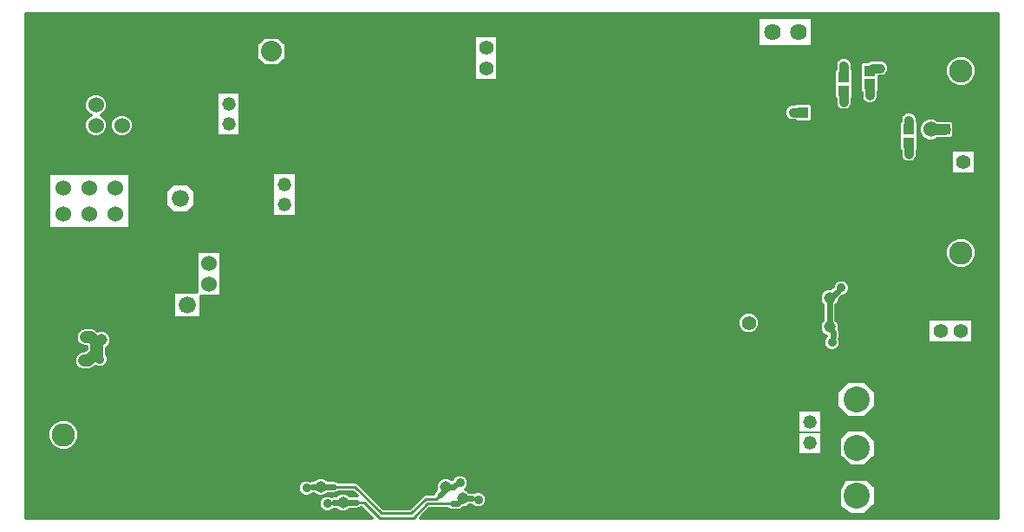
<source format=gbl>
G04 (created by PCBNEW (2013-07-07 BZR 4022)-stable) date 3/2/2015 1:41:46 AM*
%MOIN*%
G04 Gerber Fmt 3.4, Leading zero omitted, Abs format*
%FSLAX34Y34*%
G01*
G70*
G90*
G04 APERTURE LIST*
%ADD10C,0.006*%
%ADD11C,0.06*%
%ADD12C,0.066*%
%ADD13C,0.13*%
%ADD14C,0.055*%
%ADD15R,0.066X0.066*%
%ADD16C,0.052*%
%ADD17R,0.056X0.056*%
%ADD18C,0.056*%
%ADD19C,0.036*%
%ADD20C,0.045*%
%ADD21C,0.255906*%
%ADD22C,0.22*%
%ADD23C,0.08*%
%ADD24C,0.182*%
%ADD25C,0.24*%
%ADD26C,0.095*%
%ADD27C,0.09*%
%ADD28C,0.25*%
%ADD29C,0.042*%
%ADD30C,0.064*%
%ADD31C,0.1*%
%ADD32R,0.044X0.044*%
%ADD33R,0.0394X0.0413*%
%ADD34R,0.0866X0.0413*%
%ADD35C,0.012*%
%ADD36C,0.045*%
%ADD37C,0.044*%
%ADD38C,0.036*%
%ADD39C,0.008*%
%ADD40C,0.024*%
%ADD41C,0.01*%
G04 APERTURE END LIST*
G54D10*
G54D11*
X13750Y-18000D03*
X13750Y-17000D03*
X11750Y-17000D03*
X11750Y-18000D03*
X12750Y-17000D03*
X12750Y-18000D03*
G54D12*
X16525Y-21500D03*
X13325Y-21500D03*
G54D11*
X14000Y-14600D03*
X13000Y-14600D03*
X13000Y-13813D03*
X14000Y-13813D03*
G54D13*
X15862Y-12750D03*
X11138Y-12750D03*
G54D11*
X17350Y-20694D03*
X17350Y-19906D03*
G54D14*
X47037Y-22500D03*
X46250Y-22500D03*
X45463Y-22500D03*
G54D15*
X15250Y-17400D03*
G54D12*
X16250Y-17400D03*
G54D16*
X18100Y-14544D03*
X18100Y-13756D03*
X20250Y-17644D03*
X20250Y-16856D03*
G54D14*
X28000Y-12394D03*
X28000Y-11606D03*
G54D17*
X47144Y-16000D03*
G54D18*
X46356Y-16000D03*
G54D19*
X26500Y-12000D03*
X25550Y-12000D03*
X26600Y-12850D03*
X33500Y-15200D03*
X34600Y-15750D03*
X35500Y-15750D03*
X23950Y-11050D03*
X26000Y-12850D03*
X36250Y-15700D03*
X35050Y-15400D03*
X35850Y-15350D03*
X27200Y-12850D03*
X30500Y-17375D03*
X32250Y-15750D03*
X32200Y-16750D03*
X33300Y-16750D03*
X33850Y-16750D03*
X32750Y-16750D03*
X32250Y-12800D03*
X31850Y-13150D03*
X34400Y-16750D03*
X35500Y-16750D03*
X34950Y-16800D03*
X36050Y-16800D03*
X36650Y-16800D03*
X38850Y-17000D03*
X37200Y-16800D03*
X23050Y-19600D03*
X22500Y-19675D03*
X26900Y-26500D03*
X34750Y-26500D03*
X32550Y-26500D03*
X31850Y-26500D03*
X35750Y-26500D03*
X26400Y-22850D03*
X27200Y-26050D03*
X28000Y-24750D03*
X31000Y-24750D03*
X32000Y-19500D03*
X32050Y-20150D03*
X32100Y-20750D03*
X26250Y-20000D03*
X25725Y-20050D03*
X33100Y-18500D03*
X33850Y-18500D03*
X34750Y-18500D03*
X35500Y-18500D03*
X36250Y-18500D03*
X36950Y-18500D03*
X39050Y-18500D03*
X39750Y-18500D03*
X39750Y-17900D03*
X43000Y-18900D03*
X43000Y-20100D03*
X44100Y-18300D03*
X44600Y-17950D03*
X44050Y-20700D03*
X37000Y-26100D03*
X36000Y-25750D03*
X36000Y-24900D03*
X37750Y-20500D03*
X37000Y-20500D03*
X37000Y-23450D03*
X34050Y-19500D03*
X35500Y-19500D03*
X36250Y-19500D03*
X39000Y-19500D03*
X38400Y-19500D03*
X37800Y-19500D03*
X37000Y-19500D03*
X36000Y-20000D03*
X36000Y-22500D03*
X36000Y-23250D03*
X36000Y-24100D03*
X37000Y-24350D03*
X37000Y-25200D03*
X37000Y-26650D03*
X37000Y-21300D03*
X37950Y-27000D03*
X37000Y-22500D03*
X35200Y-27500D03*
X35725Y-27500D03*
X36250Y-27500D03*
X34300Y-27500D03*
X33250Y-27500D03*
X32350Y-27500D03*
X31300Y-27500D03*
X32600Y-23000D03*
X32600Y-23500D03*
X31200Y-26500D03*
X32600Y-24000D03*
X32600Y-24500D03*
X31550Y-26000D03*
X33400Y-20100D03*
X32050Y-21500D03*
X32050Y-22250D03*
X32000Y-22950D03*
X26400Y-23950D03*
X34000Y-26500D03*
X33250Y-26500D03*
X28750Y-24750D03*
X30250Y-24750D03*
X38650Y-17900D03*
X37400Y-17900D03*
X29500Y-24750D03*
X28000Y-20600D03*
X28000Y-23100D03*
X28000Y-24200D03*
X31000Y-23550D03*
X31000Y-24150D03*
X30950Y-21550D03*
X28500Y-22050D03*
X30400Y-19500D03*
X28500Y-21400D03*
X26500Y-22050D03*
X26500Y-21400D03*
X27000Y-21050D03*
X26800Y-20500D03*
X28000Y-23650D03*
X30450Y-20450D03*
X28050Y-17450D03*
X22500Y-23850D03*
X23100Y-23850D03*
X31000Y-22900D03*
X30950Y-22300D03*
X32900Y-20100D03*
X32500Y-20400D03*
X38450Y-20500D03*
X39050Y-20500D03*
X39750Y-20500D03*
X40500Y-20500D03*
X31850Y-17300D03*
X22500Y-24450D03*
X22500Y-25000D03*
X22500Y-25550D03*
X33100Y-20600D03*
X27960Y-16410D03*
X30500Y-27500D03*
X29750Y-27500D03*
X29050Y-27500D03*
X28350Y-27500D03*
X27650Y-27500D03*
X26950Y-27500D03*
X26250Y-27500D03*
X25550Y-27500D03*
X23600Y-27500D03*
X24950Y-26500D03*
X23750Y-26500D03*
X24300Y-26500D03*
X25600Y-26500D03*
X23100Y-22150D03*
X23550Y-21850D03*
X23550Y-22450D03*
X23550Y-23000D03*
X23550Y-23550D03*
G54D20*
X20850Y-24300D03*
G54D19*
X21000Y-23750D03*
X21500Y-24800D03*
X21550Y-16450D03*
X20975Y-24875D03*
X38300Y-17300D03*
G54D20*
X18500Y-16900D03*
G54D19*
X20050Y-18400D03*
G54D20*
X18950Y-18500D03*
G54D19*
X31350Y-18000D03*
X33050Y-17200D03*
X35300Y-17200D03*
X21450Y-23000D03*
X21450Y-22400D03*
X21500Y-23700D03*
X21500Y-21850D03*
X18650Y-19100D03*
X14200Y-15750D03*
X10800Y-16900D03*
X10450Y-29550D03*
X36550Y-17350D03*
X17600Y-15350D03*
X13750Y-22250D03*
G54D20*
X18950Y-17300D03*
X18950Y-17900D03*
G54D19*
X43150Y-28450D03*
G54D20*
X19900Y-15450D03*
G54D19*
X12100Y-23300D03*
X17350Y-21500D03*
X18100Y-19650D03*
X17100Y-18700D03*
X20910Y-15680D03*
X19275Y-14825D03*
X12450Y-22200D03*
G54D20*
X18850Y-22800D03*
X18350Y-22300D03*
X13650Y-20700D03*
G54D19*
X12400Y-15750D03*
G54D20*
X36750Y-28600D03*
G54D19*
X25900Y-27900D03*
G54D20*
X14950Y-14550D03*
X23350Y-25300D03*
X13500Y-11900D03*
G54D19*
X26600Y-27900D03*
X10800Y-18050D03*
X27300Y-27900D03*
X28000Y-27900D03*
X28700Y-27900D03*
X29400Y-27900D03*
X30100Y-27900D03*
X47500Y-29500D03*
X28650Y-29150D03*
G54D20*
X29450Y-17300D03*
G54D19*
X29500Y-16550D03*
X21500Y-25500D03*
X43500Y-27650D03*
X41550Y-24250D03*
X41950Y-23250D03*
X42350Y-22150D03*
G54D20*
X45750Y-24250D03*
X25400Y-15200D03*
G54D19*
X37750Y-14125D03*
X26050Y-13300D03*
G54D20*
X46500Y-23450D03*
X25400Y-13200D03*
G54D19*
X24750Y-13300D03*
X44250Y-22400D03*
X26050Y-15050D03*
X24750Y-15100D03*
G54D20*
X40600Y-22200D03*
G54D19*
X38100Y-20900D03*
X20750Y-26500D03*
X21450Y-26500D03*
X22000Y-26400D03*
X20400Y-25000D03*
X43700Y-21850D03*
X19900Y-25450D03*
G54D20*
X41800Y-22200D03*
G54D19*
X39300Y-21000D03*
G54D20*
X41800Y-21400D03*
X40600Y-21400D03*
G54D19*
X16650Y-27050D03*
X22350Y-26050D03*
X22650Y-26500D03*
X23200Y-26500D03*
X22950Y-27500D03*
X22400Y-27500D03*
X21850Y-27500D03*
X21300Y-27500D03*
X20750Y-27500D03*
X20200Y-27500D03*
X19650Y-27500D03*
X17950Y-26000D03*
X16650Y-25950D03*
X20500Y-28350D03*
X19750Y-28350D03*
G54D20*
X17250Y-25950D03*
X17250Y-27050D03*
X17150Y-25000D03*
X16050Y-27050D03*
X16250Y-25100D03*
X17200Y-28000D03*
G54D19*
X14750Y-26000D03*
X15350Y-27050D03*
X20750Y-25500D03*
G54D20*
X17600Y-28650D03*
G54D19*
X14750Y-27000D03*
X14100Y-27050D03*
X13600Y-26000D03*
X13600Y-27500D03*
X16200Y-28200D03*
X31850Y-27850D03*
X32800Y-27900D03*
X33800Y-27800D03*
X37350Y-20900D03*
X43150Y-26300D03*
X43150Y-25050D03*
X32250Y-25900D03*
X29350Y-21300D03*
X17050Y-24400D03*
X32750Y-25400D03*
X33150Y-25850D03*
X25900Y-25650D03*
X26550Y-25600D03*
X30900Y-27900D03*
X15350Y-25950D03*
X25600Y-21050D03*
X30200Y-21100D03*
X32600Y-22400D03*
X34250Y-22750D03*
X33600Y-22350D03*
X37000Y-21900D03*
X29750Y-22700D03*
X29450Y-23250D03*
X14150Y-25950D03*
X21000Y-20000D03*
X17950Y-27000D03*
X14500Y-18850D03*
X27350Y-16425D03*
X13500Y-28600D03*
X25000Y-17250D03*
G54D21*
X34710Y-21088D03*
G54D22*
X29564Y-14064D03*
G54D23*
X19750Y-11750D03*
X24750Y-11750D03*
G54D24*
X24564Y-28435D03*
G54D21*
X19750Y-21088D03*
G54D25*
X40000Y-24000D03*
G54D20*
X19900Y-26500D03*
X40600Y-19500D03*
G54D26*
X45250Y-13500D03*
X47250Y-11500D03*
X45250Y-11500D03*
G54D27*
X46250Y-12500D03*
G54D26*
X47250Y-13500D03*
X10750Y-27500D03*
X12750Y-27500D03*
X12750Y-25500D03*
G54D27*
X11750Y-26500D03*
G54D26*
X10750Y-25500D03*
X47250Y-18500D03*
X45250Y-18500D03*
X45250Y-20500D03*
G54D27*
X46250Y-19500D03*
G54D26*
X47250Y-20500D03*
G54D19*
X22750Y-12600D03*
X23250Y-12750D03*
X33250Y-13250D03*
X34050Y-11750D03*
G54D11*
X45100Y-14750D03*
G54D25*
X15000Y-24000D03*
G54D28*
X12000Y-20500D03*
G54D19*
X35650Y-11250D03*
G54D25*
X39000Y-28500D03*
G54D19*
X28900Y-12350D03*
X33750Y-11250D03*
X35350Y-11700D03*
X20250Y-12350D03*
G54D20*
X31000Y-12850D03*
G54D19*
X37000Y-13750D03*
X36650Y-11700D03*
X37000Y-14250D03*
G54D29*
X37000Y-14750D03*
G54D19*
X32350Y-11150D03*
X25900Y-29500D03*
G54D20*
X19840Y-14850D03*
G54D30*
X40000Y-11000D03*
X39000Y-11000D03*
G54D20*
X22600Y-18550D03*
G54D19*
X23750Y-12550D03*
X19750Y-12550D03*
G54D20*
X22600Y-19150D03*
G54D19*
X37550Y-11150D03*
G54D20*
X20900Y-14300D03*
G54D19*
X36350Y-11250D03*
G54D20*
X20450Y-14850D03*
X23750Y-16200D03*
G54D19*
X36950Y-11150D03*
X25850Y-28575D03*
G54D20*
X24350Y-16200D03*
G54D19*
X34700Y-12750D03*
X36000Y-12800D03*
X37000Y-13250D03*
X21000Y-11550D03*
G54D20*
X23150Y-16200D03*
G54D19*
X31700Y-15250D03*
X36000Y-11700D03*
G54D20*
X24450Y-15616D03*
X24150Y-19950D03*
G54D19*
X36750Y-12750D03*
X35300Y-12750D03*
X32400Y-18500D03*
G54D20*
X30500Y-23200D03*
G54D19*
X23250Y-28300D03*
X23250Y-29500D03*
G54D31*
X47250Y-27984D03*
X47250Y-26016D03*
X42250Y-28850D03*
X42250Y-27000D03*
X42250Y-25150D03*
G54D19*
X33200Y-11250D03*
X33800Y-13250D03*
X32700Y-13250D03*
X19250Y-12350D03*
X20500Y-11850D03*
X30100Y-12350D03*
X31450Y-13550D03*
X34000Y-12750D03*
G54D20*
X38000Y-11500D03*
G54D19*
X34450Y-11150D03*
X35050Y-11150D03*
X26900Y-13300D03*
G54D20*
X30250Y-25800D03*
X30600Y-26450D03*
X28350Y-26450D03*
X23650Y-19600D03*
X28750Y-25800D03*
X26800Y-19900D03*
X29500Y-25800D03*
X36750Y-27200D03*
X28000Y-25800D03*
X25450Y-19550D03*
X31250Y-18800D03*
X31800Y-18450D03*
X30950Y-19400D03*
X30550Y-16800D03*
X30900Y-20050D03*
X30900Y-20850D03*
X28750Y-19000D03*
X28750Y-18250D03*
X28750Y-17500D03*
X28750Y-19750D03*
X28750Y-20500D03*
X31200Y-17300D03*
X29750Y-16000D03*
X31000Y-25800D03*
X29750Y-20600D03*
X26350Y-23400D03*
X26350Y-24500D03*
X26950Y-22500D03*
X28050Y-22500D03*
X26950Y-24850D03*
X27300Y-25500D03*
X31800Y-25450D03*
X30650Y-17950D03*
X24900Y-20100D03*
X27600Y-26450D03*
X29100Y-26450D03*
X30650Y-18600D03*
X26250Y-26450D03*
X29850Y-26450D03*
X32050Y-24850D03*
X23500Y-17400D03*
X22550Y-17450D03*
X21750Y-17750D03*
X21450Y-18400D03*
X20850Y-18650D03*
X21400Y-20500D03*
X21450Y-19600D03*
X21450Y-21250D03*
X23150Y-21400D03*
X24400Y-18450D03*
X25450Y-18450D03*
X27000Y-18000D03*
X26250Y-18000D03*
X24300Y-17500D03*
X23000Y-17000D03*
X23950Y-16950D03*
X21950Y-17100D03*
X24800Y-17900D03*
X23600Y-20500D03*
X20850Y-19350D03*
X30600Y-15700D03*
X29500Y-12350D03*
X31100Y-15200D03*
X38500Y-12000D03*
X28900Y-16000D03*
X31600Y-14300D03*
X38800Y-12650D03*
X38800Y-13500D03*
X43550Y-20350D03*
X41500Y-18000D03*
X40500Y-18000D03*
X38000Y-18000D03*
X47500Y-17750D03*
X39250Y-17500D03*
X38500Y-16500D03*
X46750Y-17750D03*
X46000Y-17750D03*
X43550Y-18650D03*
X43550Y-21000D03*
X43550Y-18000D03*
G54D32*
X44250Y-15260D03*
X44250Y-14740D03*
X42750Y-12490D03*
X42750Y-13010D03*
X41750Y-13260D03*
X41750Y-12740D03*
G54D19*
X43500Y-14500D03*
X41900Y-14300D03*
X43600Y-15050D03*
X43350Y-13450D03*
X41200Y-13850D03*
X44000Y-12750D03*
X44000Y-13500D03*
X41200Y-14350D03*
X44250Y-15700D03*
X44250Y-14400D03*
X42750Y-13450D03*
X43150Y-12400D03*
X41750Y-12300D03*
X41750Y-13700D03*
X40125Y-15500D03*
G54D20*
X40125Y-16300D03*
G54D19*
X42100Y-16400D03*
X41950Y-10550D03*
X40325Y-11800D03*
X42550Y-10550D03*
X43950Y-10550D03*
X44550Y-10550D03*
G54D32*
X40710Y-14100D03*
X40190Y-14100D03*
G54D19*
X39800Y-14100D03*
X45350Y-15650D03*
X39550Y-14700D03*
X41350Y-16100D03*
G54D11*
X47300Y-14750D03*
G54D20*
X38800Y-14250D03*
X38800Y-15750D03*
X37850Y-16800D03*
X38800Y-15000D03*
X37700Y-15650D03*
X32950Y-15050D03*
X37700Y-12800D03*
X34050Y-15050D03*
X12550Y-23650D03*
X13200Y-22850D03*
X22500Y-29100D03*
X27100Y-28950D03*
G54D19*
X12600Y-22750D03*
X13150Y-23600D03*
X27700Y-29000D03*
X21900Y-29150D03*
G54D20*
X21650Y-28500D03*
X26450Y-28500D03*
G54D19*
X21100Y-28550D03*
X27000Y-28350D03*
G54D20*
X41200Y-21250D03*
X41200Y-22350D03*
G54D19*
X41300Y-22950D03*
X41650Y-20850D03*
G54D18*
X28150Y-14900D03*
X34500Y-13650D03*
X21500Y-12500D03*
X17350Y-11800D03*
X28750Y-23050D03*
X33550Y-25200D03*
X29200Y-22050D03*
X33150Y-14200D03*
X25300Y-21800D03*
X34200Y-24600D03*
X16450Y-23050D03*
X24100Y-23950D03*
G54D20*
X14800Y-13850D03*
X19850Y-24100D03*
X23050Y-25900D03*
X15100Y-28850D03*
X18200Y-23100D03*
X15950Y-28900D03*
X15550Y-27950D03*
X14300Y-28550D03*
X34100Y-23750D03*
X16800Y-28850D03*
X34050Y-25750D03*
G54D19*
X13200Y-29550D03*
G54D20*
X11550Y-28000D03*
X13750Y-25350D03*
X17000Y-23700D03*
X19450Y-24700D03*
G54D19*
X24750Y-24300D03*
X18950Y-24100D03*
X35400Y-13850D03*
X41000Y-18250D03*
X16900Y-14300D03*
X10750Y-15750D03*
X38700Y-26750D03*
X41350Y-27775D03*
X45350Y-27000D03*
X27700Y-13250D03*
X26550Y-14850D03*
X26200Y-20950D03*
G54D16*
X40450Y-26794D03*
X40450Y-26006D03*
G54D33*
X45630Y-14750D03*
G54D34*
X46250Y-14159D03*
X46250Y-15341D03*
G54D18*
X38100Y-22200D03*
G54D35*
X13200Y-22850D02*
X12700Y-22850D01*
X12700Y-22850D02*
X12600Y-22750D01*
X12550Y-23650D02*
X13100Y-23650D01*
X13100Y-23650D02*
X13150Y-23600D01*
X13200Y-22850D02*
X13200Y-23550D01*
X13200Y-23550D02*
X13150Y-23600D01*
X13200Y-22850D02*
X13100Y-22850D01*
X13100Y-22850D02*
X13000Y-22950D01*
G54D36*
X12550Y-23650D02*
X12700Y-23650D01*
X12800Y-22750D02*
X12600Y-22750D01*
X13000Y-22950D02*
X12800Y-22750D01*
X13000Y-23350D02*
X13000Y-22950D01*
X12700Y-23650D02*
X13000Y-23350D01*
G54D37*
X45100Y-14750D02*
X45630Y-14750D01*
G54D38*
X44250Y-15700D02*
X44250Y-15260D01*
G54D39*
X38700Y-26750D02*
X38700Y-26700D01*
X38700Y-26700D02*
X39000Y-26400D01*
X39000Y-26400D02*
X41550Y-26400D01*
X41550Y-26400D02*
X41875Y-26075D01*
X41875Y-26075D02*
X42925Y-26075D01*
X42925Y-26075D02*
X43150Y-26300D01*
G54D35*
X13750Y-22250D02*
X13750Y-25350D01*
X45250Y-13500D02*
X45250Y-13650D01*
X45250Y-13650D02*
X44650Y-14250D01*
X44650Y-14250D02*
X44650Y-15900D01*
X44650Y-15900D02*
X44450Y-16100D01*
X44450Y-16100D02*
X43950Y-16100D01*
X43950Y-16100D02*
X43600Y-15750D01*
X43600Y-15750D02*
X43600Y-15050D01*
G54D40*
X40600Y-21400D02*
X40600Y-22200D01*
X41800Y-21400D02*
X41800Y-22200D01*
G54D41*
X23400Y-28500D02*
X23400Y-28450D01*
X23400Y-28450D02*
X23250Y-28300D01*
X25850Y-28600D02*
X25790Y-28600D01*
X23400Y-28690D02*
X23400Y-28500D01*
X24049Y-29339D02*
X23400Y-28690D01*
X25050Y-29339D02*
X24049Y-29339D01*
X25790Y-28600D02*
X25050Y-29339D01*
G54D38*
X40710Y-14100D02*
X40950Y-14100D01*
X40950Y-14100D02*
X41200Y-14350D01*
X40950Y-14100D02*
X41200Y-13850D01*
X41750Y-13700D02*
X41750Y-13260D01*
X42750Y-13450D02*
X42750Y-13010D01*
X44250Y-14400D02*
X44250Y-14740D01*
X43150Y-12400D02*
X42840Y-12400D01*
X42840Y-12400D02*
X42750Y-12490D01*
X41750Y-12300D02*
X41750Y-12740D01*
G54D40*
X22500Y-29100D02*
X22150Y-29100D01*
X27100Y-28950D02*
X27450Y-28950D01*
X41200Y-21250D02*
X41250Y-21250D01*
X41250Y-21250D02*
X41500Y-21000D01*
X41200Y-22350D02*
X41200Y-22400D01*
X41350Y-22550D02*
X41350Y-22750D01*
X41200Y-22400D02*
X41350Y-22550D01*
X41200Y-21250D02*
X41200Y-22350D01*
X26700Y-29150D02*
X26900Y-29150D01*
X26900Y-29150D02*
X27100Y-28950D01*
G54D41*
X26250Y-29150D02*
X26700Y-29150D01*
X26900Y-29150D02*
X27100Y-28950D01*
G54D40*
X23000Y-29100D02*
X22500Y-29100D01*
G54D41*
X23000Y-29100D02*
X23300Y-29100D01*
X25750Y-29150D02*
X26250Y-29150D01*
X26250Y-29150D02*
X26400Y-29150D01*
X25200Y-29700D02*
X25750Y-29150D01*
X23900Y-29700D02*
X25200Y-29700D01*
X23300Y-29100D02*
X23900Y-29700D01*
G54D40*
X21650Y-28500D02*
X21300Y-28500D01*
X26450Y-28500D02*
X26750Y-28500D01*
X26750Y-28500D02*
X26800Y-28450D01*
X26450Y-28500D02*
X26450Y-28600D01*
X26450Y-28600D02*
X26250Y-28800D01*
G54D41*
X25850Y-28969D02*
X26080Y-28969D01*
X26080Y-28969D02*
X26250Y-28800D01*
X26250Y-28800D02*
X26450Y-28600D01*
G54D40*
X22150Y-28500D02*
X21650Y-28500D01*
G54D41*
X22150Y-28500D02*
X22954Y-28500D01*
X25675Y-28969D02*
X25850Y-28969D01*
X25125Y-29519D02*
X25675Y-28969D01*
X23974Y-29519D02*
X25125Y-29519D01*
X22954Y-28500D02*
X23974Y-29519D01*
G54D38*
X39800Y-14100D02*
X40190Y-14100D01*
G54D10*
G36*
X47690Y-29690D02*
X46840Y-29690D01*
X46840Y-19383D01*
X46840Y-12383D01*
X46750Y-12166D01*
X46584Y-12000D01*
X46367Y-11910D01*
X46133Y-11909D01*
X45916Y-11999D01*
X45750Y-12165D01*
X45660Y-12382D01*
X45659Y-12616D01*
X45749Y-12833D01*
X45915Y-12999D01*
X46132Y-13089D01*
X46366Y-13090D01*
X46583Y-13000D01*
X46749Y-12834D01*
X46839Y-12617D01*
X46840Y-12383D01*
X46840Y-19383D01*
X46810Y-19310D01*
X46810Y-16460D01*
X46810Y-15540D01*
X45990Y-15540D01*
X45990Y-14750D01*
X45967Y-14634D01*
X45967Y-14515D01*
X45945Y-14464D01*
X45906Y-14424D01*
X45854Y-14403D01*
X45799Y-14403D01*
X45697Y-14403D01*
X45630Y-14390D01*
X45362Y-14390D01*
X45349Y-14377D01*
X45187Y-14310D01*
X45012Y-14309D01*
X44851Y-14376D01*
X44727Y-14500D01*
X44660Y-14662D01*
X44659Y-14837D01*
X44726Y-14998D01*
X44850Y-15122D01*
X45012Y-15189D01*
X45187Y-15190D01*
X45348Y-15123D01*
X45362Y-15110D01*
X45630Y-15110D01*
X45697Y-15096D01*
X45854Y-15096D01*
X45906Y-15075D01*
X45945Y-15035D01*
X45966Y-14984D01*
X45967Y-14928D01*
X45967Y-14865D01*
X45990Y-14750D01*
X45990Y-15540D01*
X45890Y-15540D01*
X45890Y-16460D01*
X46810Y-16460D01*
X46810Y-19310D01*
X46750Y-19166D01*
X46584Y-19000D01*
X46367Y-18910D01*
X46133Y-18909D01*
X45916Y-18999D01*
X45750Y-19165D01*
X45660Y-19382D01*
X45659Y-19616D01*
X45749Y-19833D01*
X45915Y-19999D01*
X46132Y-20089D01*
X46366Y-20090D01*
X46583Y-20000D01*
X46749Y-19834D01*
X46839Y-19617D01*
X46840Y-19383D01*
X46840Y-29690D01*
X46710Y-29690D01*
X46710Y-22960D01*
X46710Y-22040D01*
X44990Y-22040D01*
X44990Y-22960D01*
X46710Y-22960D01*
X46710Y-29690D01*
X44610Y-29690D01*
X44610Y-15452D01*
X44610Y-15012D01*
X44604Y-15000D01*
X44609Y-14987D01*
X44610Y-14932D01*
X44610Y-14492D01*
X44588Y-14440D01*
X44570Y-14422D01*
X44570Y-14400D01*
X44569Y-14399D01*
X44570Y-14336D01*
X44545Y-14277D01*
X44545Y-14277D01*
X44521Y-14218D01*
X44476Y-14173D01*
X44431Y-14128D01*
X44372Y-14104D01*
X44372Y-14104D01*
X44313Y-14080D01*
X44250Y-14080D01*
X44250Y-14080D01*
X44249Y-14080D01*
X44186Y-14079D01*
X44127Y-14104D01*
X44127Y-14104D01*
X44127Y-14104D01*
X44068Y-14128D01*
X43978Y-14218D01*
X43954Y-14277D01*
X43954Y-14277D01*
X43954Y-14277D01*
X43930Y-14336D01*
X43930Y-14399D01*
X43930Y-14400D01*
X43930Y-14400D01*
X43929Y-14422D01*
X43911Y-14440D01*
X43890Y-14492D01*
X43889Y-14547D01*
X43889Y-14987D01*
X43895Y-14999D01*
X43890Y-15012D01*
X43889Y-15067D01*
X43889Y-15507D01*
X43911Y-15559D01*
X43930Y-15577D01*
X43930Y-15700D01*
X43930Y-15700D01*
X43929Y-15763D01*
X43954Y-15822D01*
X43954Y-15822D01*
X43978Y-15881D01*
X44023Y-15926D01*
X44068Y-15971D01*
X44127Y-15995D01*
X44127Y-15995D01*
X44186Y-16019D01*
X44249Y-16019D01*
X44250Y-16020D01*
X44250Y-16019D01*
X44313Y-16020D01*
X44372Y-15995D01*
X44372Y-15995D01*
X44372Y-15995D01*
X44431Y-15971D01*
X44476Y-15926D01*
X44521Y-15881D01*
X44545Y-15822D01*
X44545Y-15822D01*
X44545Y-15822D01*
X44569Y-15763D01*
X44569Y-15700D01*
X44570Y-15700D01*
X44570Y-15699D01*
X44570Y-15636D01*
X44570Y-15636D01*
X44570Y-15577D01*
X44588Y-15559D01*
X44609Y-15507D01*
X44610Y-15452D01*
X44610Y-29690D01*
X43470Y-29690D01*
X43470Y-12336D01*
X43445Y-12277D01*
X43445Y-12277D01*
X43421Y-12218D01*
X43376Y-12173D01*
X43331Y-12128D01*
X43272Y-12104D01*
X43272Y-12104D01*
X43213Y-12080D01*
X43150Y-12080D01*
X43150Y-12080D01*
X43149Y-12080D01*
X43086Y-12079D01*
X43086Y-12080D01*
X42840Y-12080D01*
X42717Y-12104D01*
X42679Y-12129D01*
X42502Y-12129D01*
X42450Y-12151D01*
X42411Y-12190D01*
X42390Y-12242D01*
X42389Y-12297D01*
X42389Y-12737D01*
X42395Y-12749D01*
X42390Y-12762D01*
X42389Y-12817D01*
X42389Y-13257D01*
X42411Y-13309D01*
X42430Y-13327D01*
X42430Y-13450D01*
X42430Y-13450D01*
X42429Y-13513D01*
X42454Y-13572D01*
X42454Y-13572D01*
X42478Y-13631D01*
X42523Y-13676D01*
X42568Y-13721D01*
X42627Y-13745D01*
X42627Y-13745D01*
X42686Y-13769D01*
X42749Y-13769D01*
X42750Y-13770D01*
X42750Y-13769D01*
X42813Y-13770D01*
X42872Y-13745D01*
X42872Y-13745D01*
X42872Y-13745D01*
X42931Y-13721D01*
X42976Y-13676D01*
X43021Y-13631D01*
X43045Y-13572D01*
X43045Y-13572D01*
X43045Y-13572D01*
X43069Y-13513D01*
X43069Y-13450D01*
X43070Y-13450D01*
X43070Y-13449D01*
X43070Y-13386D01*
X43070Y-13386D01*
X43070Y-13327D01*
X43088Y-13309D01*
X43109Y-13257D01*
X43110Y-13202D01*
X43110Y-12762D01*
X43104Y-12750D01*
X43109Y-12737D01*
X43109Y-12720D01*
X43150Y-12720D01*
X43150Y-12719D01*
X43213Y-12720D01*
X43272Y-12695D01*
X43272Y-12695D01*
X43272Y-12695D01*
X43331Y-12671D01*
X43376Y-12626D01*
X43421Y-12581D01*
X43445Y-12522D01*
X43445Y-12522D01*
X43445Y-12522D01*
X43469Y-12463D01*
X43469Y-12400D01*
X43470Y-12400D01*
X43469Y-12399D01*
X43470Y-12336D01*
X43470Y-29690D01*
X42973Y-29690D01*
X42973Y-29158D01*
X42973Y-28518D01*
X42973Y-27288D01*
X42973Y-26746D01*
X42973Y-25418D01*
X42973Y-24876D01*
X42544Y-24447D01*
X42110Y-24447D01*
X42110Y-13452D01*
X42110Y-13012D01*
X42104Y-13000D01*
X42109Y-12987D01*
X42110Y-12932D01*
X42110Y-12492D01*
X42088Y-12440D01*
X42070Y-12422D01*
X42070Y-12300D01*
X42069Y-12299D01*
X42070Y-12236D01*
X42045Y-12177D01*
X42045Y-12177D01*
X42021Y-12118D01*
X41976Y-12073D01*
X41931Y-12028D01*
X41872Y-12004D01*
X41872Y-12004D01*
X41813Y-11980D01*
X41750Y-11980D01*
X41750Y-11980D01*
X41749Y-11980D01*
X41686Y-11979D01*
X41627Y-12004D01*
X41627Y-12004D01*
X41627Y-12004D01*
X41568Y-12028D01*
X41478Y-12118D01*
X41454Y-12177D01*
X41454Y-12177D01*
X41454Y-12177D01*
X41430Y-12236D01*
X41430Y-12299D01*
X41430Y-12300D01*
X41430Y-12300D01*
X41429Y-12363D01*
X41430Y-12363D01*
X41430Y-12422D01*
X41411Y-12440D01*
X41390Y-12492D01*
X41389Y-12547D01*
X41389Y-12987D01*
X41395Y-12999D01*
X41390Y-13012D01*
X41389Y-13067D01*
X41389Y-13507D01*
X41411Y-13559D01*
X41430Y-13577D01*
X41430Y-13700D01*
X41430Y-13700D01*
X41429Y-13763D01*
X41454Y-13822D01*
X41454Y-13822D01*
X41478Y-13881D01*
X41523Y-13926D01*
X41568Y-13971D01*
X41627Y-13995D01*
X41627Y-13995D01*
X41686Y-14019D01*
X41749Y-14019D01*
X41750Y-14020D01*
X41750Y-14019D01*
X41813Y-14020D01*
X41872Y-13995D01*
X41872Y-13995D01*
X41872Y-13995D01*
X41931Y-13971D01*
X41976Y-13926D01*
X42021Y-13881D01*
X42045Y-13822D01*
X42045Y-13822D01*
X42045Y-13822D01*
X42069Y-13763D01*
X42069Y-13700D01*
X42070Y-13700D01*
X42070Y-13699D01*
X42070Y-13636D01*
X42070Y-13636D01*
X42070Y-13577D01*
X42088Y-13559D01*
X42109Y-13507D01*
X42110Y-13452D01*
X42110Y-24447D01*
X41970Y-24447D01*
X41970Y-20786D01*
X41921Y-20668D01*
X41831Y-20578D01*
X41713Y-20530D01*
X41586Y-20529D01*
X41468Y-20578D01*
X41378Y-20668D01*
X41330Y-20786D01*
X41330Y-20806D01*
X41316Y-20816D01*
X41247Y-20885D01*
X41127Y-20884D01*
X40993Y-20940D01*
X40890Y-21042D01*
X40835Y-21177D01*
X40834Y-21322D01*
X40890Y-21456D01*
X40940Y-21506D01*
X40940Y-22093D01*
X40890Y-22142D01*
X40835Y-22277D01*
X40834Y-22422D01*
X40890Y-22556D01*
X40992Y-22659D01*
X41090Y-22699D01*
X41090Y-22707D01*
X41028Y-22768D01*
X40980Y-22886D01*
X40979Y-23013D01*
X41028Y-23131D01*
X41118Y-23221D01*
X41236Y-23269D01*
X41363Y-23270D01*
X41481Y-23221D01*
X41571Y-23131D01*
X41619Y-23013D01*
X41620Y-22886D01*
X41594Y-22825D01*
X41610Y-22750D01*
X41610Y-22550D01*
X41590Y-22450D01*
X41564Y-22412D01*
X41564Y-22412D01*
X41565Y-22277D01*
X41509Y-22143D01*
X41460Y-22093D01*
X41460Y-21506D01*
X41509Y-21457D01*
X41564Y-21322D01*
X41564Y-21302D01*
X41683Y-21183D01*
X41693Y-21170D01*
X41713Y-21170D01*
X41831Y-21121D01*
X41921Y-21031D01*
X41969Y-20913D01*
X41970Y-20786D01*
X41970Y-24447D01*
X41904Y-24447D01*
X41475Y-24876D01*
X41475Y-25418D01*
X41904Y-25847D01*
X42544Y-25847D01*
X42973Y-25418D01*
X42973Y-26746D01*
X42544Y-26317D01*
X41904Y-26317D01*
X41573Y-26648D01*
X41573Y-27288D01*
X42002Y-27717D01*
X42544Y-27717D01*
X42973Y-27288D01*
X42973Y-28518D01*
X42642Y-28188D01*
X41793Y-28188D01*
X41573Y-28627D01*
X41573Y-29262D01*
X42007Y-29587D01*
X42544Y-29587D01*
X42973Y-29158D01*
X42973Y-29690D01*
X40910Y-29690D01*
X40910Y-27260D01*
X40910Y-25540D01*
X40560Y-25540D01*
X40560Y-11560D01*
X40560Y-10440D01*
X38440Y-10440D01*
X38440Y-11560D01*
X40560Y-11560D01*
X40560Y-25540D01*
X40550Y-25540D01*
X40550Y-14292D01*
X40550Y-13852D01*
X40528Y-13800D01*
X40489Y-13761D01*
X40437Y-13740D01*
X40382Y-13739D01*
X39942Y-13739D01*
X39890Y-13761D01*
X39872Y-13780D01*
X39800Y-13780D01*
X39799Y-13780D01*
X39736Y-13779D01*
X39677Y-13804D01*
X39677Y-13804D01*
X39677Y-13804D01*
X39618Y-13828D01*
X39528Y-13918D01*
X39504Y-13977D01*
X39504Y-13977D01*
X39504Y-13977D01*
X39480Y-14036D01*
X39480Y-14099D01*
X39480Y-14100D01*
X39480Y-14100D01*
X39479Y-14163D01*
X39504Y-14222D01*
X39504Y-14222D01*
X39528Y-14281D01*
X39573Y-14326D01*
X39618Y-14371D01*
X39677Y-14395D01*
X39677Y-14395D01*
X39736Y-14419D01*
X39799Y-14419D01*
X39800Y-14420D01*
X39800Y-14420D01*
X39863Y-14420D01*
X39863Y-14420D01*
X39872Y-14420D01*
X39890Y-14438D01*
X39942Y-14459D01*
X39997Y-14460D01*
X40437Y-14460D01*
X40489Y-14438D01*
X40528Y-14399D01*
X40549Y-14347D01*
X40550Y-14292D01*
X40550Y-25540D01*
X39990Y-25540D01*
X39990Y-27260D01*
X40910Y-27260D01*
X40910Y-29690D01*
X38520Y-29690D01*
X38520Y-22116D01*
X38456Y-21962D01*
X38338Y-21844D01*
X38183Y-21780D01*
X38016Y-21779D01*
X37862Y-21843D01*
X37744Y-21961D01*
X37680Y-22116D01*
X37679Y-22283D01*
X37743Y-22437D01*
X37861Y-22555D01*
X38016Y-22619D01*
X38183Y-22620D01*
X38337Y-22556D01*
X38455Y-22438D01*
X38519Y-22283D01*
X38520Y-22116D01*
X38520Y-29690D01*
X28460Y-29690D01*
X28460Y-12860D01*
X28460Y-11140D01*
X27540Y-11140D01*
X27540Y-12860D01*
X28460Y-12860D01*
X28460Y-29690D01*
X25478Y-29690D01*
X25828Y-29340D01*
X26250Y-29340D01*
X26400Y-29340D01*
X26525Y-29340D01*
X26600Y-29390D01*
X26700Y-29410D01*
X26900Y-29410D01*
X26999Y-29390D01*
X27083Y-29333D01*
X27102Y-29315D01*
X27172Y-29315D01*
X27306Y-29259D01*
X27356Y-29210D01*
X27450Y-29210D01*
X27456Y-29208D01*
X27518Y-29271D01*
X27636Y-29319D01*
X27763Y-29320D01*
X27881Y-29271D01*
X27971Y-29181D01*
X28019Y-29063D01*
X28020Y-28936D01*
X27971Y-28818D01*
X27881Y-28728D01*
X27763Y-28680D01*
X27636Y-28679D01*
X27555Y-28713D01*
X27549Y-28709D01*
X27450Y-28690D01*
X27356Y-28690D01*
X27307Y-28640D01*
X27204Y-28598D01*
X27271Y-28531D01*
X27319Y-28413D01*
X27320Y-28286D01*
X27271Y-28168D01*
X27181Y-28078D01*
X27063Y-28030D01*
X26936Y-28029D01*
X26818Y-28078D01*
X26728Y-28168D01*
X26712Y-28207D01*
X26700Y-28209D01*
X26685Y-28219D01*
X26657Y-28190D01*
X26522Y-28135D01*
X26377Y-28134D01*
X26243Y-28190D01*
X26140Y-28292D01*
X26085Y-28427D01*
X26084Y-28572D01*
X26092Y-28590D01*
X26066Y-28616D01*
X26009Y-28700D01*
X25993Y-28779D01*
X25850Y-28779D01*
X25675Y-28779D01*
X25602Y-28794D01*
X25541Y-28835D01*
X25541Y-28835D01*
X25046Y-29329D01*
X24053Y-29329D01*
X23088Y-28365D01*
X23027Y-28324D01*
X22954Y-28310D01*
X22324Y-28310D01*
X22249Y-28259D01*
X22150Y-28240D01*
X21906Y-28240D01*
X21857Y-28190D01*
X21722Y-28135D01*
X21577Y-28134D01*
X21443Y-28190D01*
X21393Y-28240D01*
X21300Y-28240D01*
X21224Y-28255D01*
X21163Y-28230D01*
X21036Y-28229D01*
X20918Y-28278D01*
X20828Y-28368D01*
X20780Y-28486D01*
X20779Y-28613D01*
X20828Y-28731D01*
X20918Y-28821D01*
X21036Y-28869D01*
X21163Y-28870D01*
X21281Y-28821D01*
X21342Y-28760D01*
X21393Y-28760D01*
X21442Y-28809D01*
X21577Y-28864D01*
X21722Y-28865D01*
X21856Y-28809D01*
X21906Y-28760D01*
X22150Y-28760D01*
X22249Y-28740D01*
X22324Y-28690D01*
X22875Y-28690D01*
X23032Y-28846D01*
X23000Y-28840D01*
X22756Y-28840D01*
X22707Y-28790D01*
X22572Y-28735D01*
X22427Y-28734D01*
X22293Y-28790D01*
X22243Y-28840D01*
X22150Y-28840D01*
X22050Y-28859D01*
X22044Y-28863D01*
X21963Y-28830D01*
X21836Y-28829D01*
X21718Y-28878D01*
X21628Y-28968D01*
X21580Y-29086D01*
X21579Y-29213D01*
X21628Y-29331D01*
X21718Y-29421D01*
X21836Y-29469D01*
X21963Y-29470D01*
X22081Y-29421D01*
X22143Y-29358D01*
X22150Y-29360D01*
X22243Y-29360D01*
X22292Y-29409D01*
X22427Y-29464D01*
X22572Y-29465D01*
X22706Y-29409D01*
X22756Y-29360D01*
X23000Y-29360D01*
X23099Y-29340D01*
X23174Y-29290D01*
X23221Y-29290D01*
X23621Y-29690D01*
X20710Y-29690D01*
X20710Y-18110D01*
X20710Y-16390D01*
X20310Y-16390D01*
X20310Y-12024D01*
X20310Y-11475D01*
X20024Y-11190D01*
X19475Y-11190D01*
X19190Y-11475D01*
X19190Y-12024D01*
X19475Y-12310D01*
X20024Y-12310D01*
X20310Y-12024D01*
X20310Y-16390D01*
X19790Y-16390D01*
X19790Y-18110D01*
X20710Y-18110D01*
X20710Y-29690D01*
X18560Y-29690D01*
X18560Y-15010D01*
X18560Y-13290D01*
X17640Y-13290D01*
X17640Y-15010D01*
X18560Y-15010D01*
X18560Y-29690D01*
X17810Y-29690D01*
X17810Y-21160D01*
X17810Y-19440D01*
X16890Y-19440D01*
X16890Y-20990D01*
X16810Y-20990D01*
X16810Y-17674D01*
X16810Y-17125D01*
X16524Y-16840D01*
X15975Y-16840D01*
X15690Y-17125D01*
X15690Y-17674D01*
X15975Y-17960D01*
X16524Y-17960D01*
X16810Y-17674D01*
X16810Y-20990D01*
X15990Y-20990D01*
X15990Y-22010D01*
X17060Y-22010D01*
X17060Y-21160D01*
X17810Y-21160D01*
X17810Y-29690D01*
X14440Y-29690D01*
X14440Y-14512D01*
X14373Y-14351D01*
X14249Y-14227D01*
X14087Y-14160D01*
X13912Y-14159D01*
X13751Y-14226D01*
X13627Y-14350D01*
X13560Y-14512D01*
X13559Y-14687D01*
X13626Y-14848D01*
X13750Y-14972D01*
X13912Y-15039D01*
X14087Y-15040D01*
X14248Y-14973D01*
X14372Y-14849D01*
X14439Y-14687D01*
X14440Y-14512D01*
X14440Y-29690D01*
X14310Y-29690D01*
X14310Y-18560D01*
X14310Y-16440D01*
X13440Y-16440D01*
X13440Y-14512D01*
X13373Y-14351D01*
X13249Y-14227D01*
X13199Y-14206D01*
X13248Y-14186D01*
X13372Y-14062D01*
X13439Y-13900D01*
X13440Y-13725D01*
X13373Y-13564D01*
X13249Y-13440D01*
X13087Y-13373D01*
X12912Y-13372D01*
X12751Y-13439D01*
X12627Y-13563D01*
X12560Y-13725D01*
X12559Y-13900D01*
X12626Y-14061D01*
X12750Y-14185D01*
X12800Y-14206D01*
X12751Y-14226D01*
X12627Y-14350D01*
X12560Y-14512D01*
X12559Y-14687D01*
X12626Y-14848D01*
X12750Y-14972D01*
X12912Y-15039D01*
X13087Y-15040D01*
X13248Y-14973D01*
X13372Y-14849D01*
X13439Y-14687D01*
X13440Y-14512D01*
X13440Y-16440D01*
X11190Y-16440D01*
X11190Y-18560D01*
X14310Y-18560D01*
X14310Y-29690D01*
X13565Y-29690D01*
X13565Y-22777D01*
X13509Y-22643D01*
X13407Y-22540D01*
X13272Y-22485D01*
X13127Y-22484D01*
X13073Y-22507D01*
X13058Y-22491D01*
X12939Y-22412D01*
X12800Y-22385D01*
X12600Y-22385D01*
X12460Y-22412D01*
X12341Y-22491D01*
X12262Y-22610D01*
X12235Y-22750D01*
X12262Y-22889D01*
X12341Y-23008D01*
X12460Y-23087D01*
X12600Y-23115D01*
X12635Y-23115D01*
X12635Y-23198D01*
X12548Y-23284D01*
X12477Y-23284D01*
X12410Y-23312D01*
X12410Y-23312D01*
X12410Y-23312D01*
X12343Y-23340D01*
X12291Y-23391D01*
X12291Y-23391D01*
X12291Y-23391D01*
X12240Y-23442D01*
X12212Y-23510D01*
X12212Y-23510D01*
X12212Y-23510D01*
X12185Y-23577D01*
X12185Y-23649D01*
X12185Y-23650D01*
X12185Y-23650D01*
X12184Y-23722D01*
X12212Y-23789D01*
X12212Y-23789D01*
X12212Y-23789D01*
X12240Y-23856D01*
X12291Y-23908D01*
X12291Y-23908D01*
X12291Y-23908D01*
X12342Y-23959D01*
X12410Y-23987D01*
X12410Y-23987D01*
X12410Y-23987D01*
X12477Y-24014D01*
X12549Y-24014D01*
X12550Y-24015D01*
X12550Y-24015D01*
X12622Y-24015D01*
X12622Y-24015D01*
X12700Y-24015D01*
X12839Y-23987D01*
X12958Y-23908D01*
X12987Y-23878D01*
X13086Y-23919D01*
X13213Y-23920D01*
X13331Y-23871D01*
X13421Y-23781D01*
X13469Y-23663D01*
X13470Y-23536D01*
X13421Y-23418D01*
X13400Y-23397D01*
X13400Y-23162D01*
X13406Y-23159D01*
X13509Y-23057D01*
X13564Y-22922D01*
X13565Y-22777D01*
X13565Y-29690D01*
X12340Y-29690D01*
X12340Y-26383D01*
X12250Y-26166D01*
X12084Y-26000D01*
X11867Y-25910D01*
X11633Y-25909D01*
X11416Y-25999D01*
X11250Y-26165D01*
X11160Y-26382D01*
X11159Y-26616D01*
X11249Y-26833D01*
X11415Y-26999D01*
X11632Y-27089D01*
X11866Y-27090D01*
X12083Y-27000D01*
X12249Y-26834D01*
X12339Y-26617D01*
X12340Y-26383D01*
X12340Y-29690D01*
X10310Y-29690D01*
X10310Y-10310D01*
X47690Y-10310D01*
X47690Y-29690D01*
X47690Y-29690D01*
G37*
G54D35*
X47690Y-29690D02*
X46840Y-29690D01*
X46840Y-19383D01*
X46840Y-12383D01*
X46750Y-12166D01*
X46584Y-12000D01*
X46367Y-11910D01*
X46133Y-11909D01*
X45916Y-11999D01*
X45750Y-12165D01*
X45660Y-12382D01*
X45659Y-12616D01*
X45749Y-12833D01*
X45915Y-12999D01*
X46132Y-13089D01*
X46366Y-13090D01*
X46583Y-13000D01*
X46749Y-12834D01*
X46839Y-12617D01*
X46840Y-12383D01*
X46840Y-19383D01*
X46810Y-19310D01*
X46810Y-16460D01*
X46810Y-15540D01*
X45990Y-15540D01*
X45990Y-14750D01*
X45967Y-14634D01*
X45967Y-14515D01*
X45945Y-14464D01*
X45906Y-14424D01*
X45854Y-14403D01*
X45799Y-14403D01*
X45697Y-14403D01*
X45630Y-14390D01*
X45362Y-14390D01*
X45349Y-14377D01*
X45187Y-14310D01*
X45012Y-14309D01*
X44851Y-14376D01*
X44727Y-14500D01*
X44660Y-14662D01*
X44659Y-14837D01*
X44726Y-14998D01*
X44850Y-15122D01*
X45012Y-15189D01*
X45187Y-15190D01*
X45348Y-15123D01*
X45362Y-15110D01*
X45630Y-15110D01*
X45697Y-15096D01*
X45854Y-15096D01*
X45906Y-15075D01*
X45945Y-15035D01*
X45966Y-14984D01*
X45967Y-14928D01*
X45967Y-14865D01*
X45990Y-14750D01*
X45990Y-15540D01*
X45890Y-15540D01*
X45890Y-16460D01*
X46810Y-16460D01*
X46810Y-19310D01*
X46750Y-19166D01*
X46584Y-19000D01*
X46367Y-18910D01*
X46133Y-18909D01*
X45916Y-18999D01*
X45750Y-19165D01*
X45660Y-19382D01*
X45659Y-19616D01*
X45749Y-19833D01*
X45915Y-19999D01*
X46132Y-20089D01*
X46366Y-20090D01*
X46583Y-20000D01*
X46749Y-19834D01*
X46839Y-19617D01*
X46840Y-19383D01*
X46840Y-29690D01*
X46710Y-29690D01*
X46710Y-22960D01*
X46710Y-22040D01*
X44990Y-22040D01*
X44990Y-22960D01*
X46710Y-22960D01*
X46710Y-29690D01*
X44610Y-29690D01*
X44610Y-15452D01*
X44610Y-15012D01*
X44604Y-15000D01*
X44609Y-14987D01*
X44610Y-14932D01*
X44610Y-14492D01*
X44588Y-14440D01*
X44570Y-14422D01*
X44570Y-14400D01*
X44569Y-14399D01*
X44570Y-14336D01*
X44545Y-14277D01*
X44545Y-14277D01*
X44521Y-14218D01*
X44476Y-14173D01*
X44431Y-14128D01*
X44372Y-14104D01*
X44372Y-14104D01*
X44313Y-14080D01*
X44250Y-14080D01*
X44250Y-14080D01*
X44249Y-14080D01*
X44186Y-14079D01*
X44127Y-14104D01*
X44127Y-14104D01*
X44127Y-14104D01*
X44068Y-14128D01*
X43978Y-14218D01*
X43954Y-14277D01*
X43954Y-14277D01*
X43954Y-14277D01*
X43930Y-14336D01*
X43930Y-14399D01*
X43930Y-14400D01*
X43930Y-14400D01*
X43929Y-14422D01*
X43911Y-14440D01*
X43890Y-14492D01*
X43889Y-14547D01*
X43889Y-14987D01*
X43895Y-14999D01*
X43890Y-15012D01*
X43889Y-15067D01*
X43889Y-15507D01*
X43911Y-15559D01*
X43930Y-15577D01*
X43930Y-15700D01*
X43930Y-15700D01*
X43929Y-15763D01*
X43954Y-15822D01*
X43954Y-15822D01*
X43978Y-15881D01*
X44023Y-15926D01*
X44068Y-15971D01*
X44127Y-15995D01*
X44127Y-15995D01*
X44186Y-16019D01*
X44249Y-16019D01*
X44250Y-16020D01*
X44250Y-16019D01*
X44313Y-16020D01*
X44372Y-15995D01*
X44372Y-15995D01*
X44372Y-15995D01*
X44431Y-15971D01*
X44476Y-15926D01*
X44521Y-15881D01*
X44545Y-15822D01*
X44545Y-15822D01*
X44545Y-15822D01*
X44569Y-15763D01*
X44569Y-15700D01*
X44570Y-15700D01*
X44570Y-15699D01*
X44570Y-15636D01*
X44570Y-15636D01*
X44570Y-15577D01*
X44588Y-15559D01*
X44609Y-15507D01*
X44610Y-15452D01*
X44610Y-29690D01*
X43470Y-29690D01*
X43470Y-12336D01*
X43445Y-12277D01*
X43445Y-12277D01*
X43421Y-12218D01*
X43376Y-12173D01*
X43331Y-12128D01*
X43272Y-12104D01*
X43272Y-12104D01*
X43213Y-12080D01*
X43150Y-12080D01*
X43150Y-12080D01*
X43149Y-12080D01*
X43086Y-12079D01*
X43086Y-12080D01*
X42840Y-12080D01*
X42717Y-12104D01*
X42679Y-12129D01*
X42502Y-12129D01*
X42450Y-12151D01*
X42411Y-12190D01*
X42390Y-12242D01*
X42389Y-12297D01*
X42389Y-12737D01*
X42395Y-12749D01*
X42390Y-12762D01*
X42389Y-12817D01*
X42389Y-13257D01*
X42411Y-13309D01*
X42430Y-13327D01*
X42430Y-13450D01*
X42430Y-13450D01*
X42429Y-13513D01*
X42454Y-13572D01*
X42454Y-13572D01*
X42478Y-13631D01*
X42523Y-13676D01*
X42568Y-13721D01*
X42627Y-13745D01*
X42627Y-13745D01*
X42686Y-13769D01*
X42749Y-13769D01*
X42750Y-13770D01*
X42750Y-13769D01*
X42813Y-13770D01*
X42872Y-13745D01*
X42872Y-13745D01*
X42872Y-13745D01*
X42931Y-13721D01*
X42976Y-13676D01*
X43021Y-13631D01*
X43045Y-13572D01*
X43045Y-13572D01*
X43045Y-13572D01*
X43069Y-13513D01*
X43069Y-13450D01*
X43070Y-13450D01*
X43070Y-13449D01*
X43070Y-13386D01*
X43070Y-13386D01*
X43070Y-13327D01*
X43088Y-13309D01*
X43109Y-13257D01*
X43110Y-13202D01*
X43110Y-12762D01*
X43104Y-12750D01*
X43109Y-12737D01*
X43109Y-12720D01*
X43150Y-12720D01*
X43150Y-12719D01*
X43213Y-12720D01*
X43272Y-12695D01*
X43272Y-12695D01*
X43272Y-12695D01*
X43331Y-12671D01*
X43376Y-12626D01*
X43421Y-12581D01*
X43445Y-12522D01*
X43445Y-12522D01*
X43445Y-12522D01*
X43469Y-12463D01*
X43469Y-12400D01*
X43470Y-12400D01*
X43469Y-12399D01*
X43470Y-12336D01*
X43470Y-29690D01*
X42973Y-29690D01*
X42973Y-29158D01*
X42973Y-28518D01*
X42973Y-27288D01*
X42973Y-26746D01*
X42973Y-25418D01*
X42973Y-24876D01*
X42544Y-24447D01*
X42110Y-24447D01*
X42110Y-13452D01*
X42110Y-13012D01*
X42104Y-13000D01*
X42109Y-12987D01*
X42110Y-12932D01*
X42110Y-12492D01*
X42088Y-12440D01*
X42070Y-12422D01*
X42070Y-12300D01*
X42069Y-12299D01*
X42070Y-12236D01*
X42045Y-12177D01*
X42045Y-12177D01*
X42021Y-12118D01*
X41976Y-12073D01*
X41931Y-12028D01*
X41872Y-12004D01*
X41872Y-12004D01*
X41813Y-11980D01*
X41750Y-11980D01*
X41750Y-11980D01*
X41749Y-11980D01*
X41686Y-11979D01*
X41627Y-12004D01*
X41627Y-12004D01*
X41627Y-12004D01*
X41568Y-12028D01*
X41478Y-12118D01*
X41454Y-12177D01*
X41454Y-12177D01*
X41454Y-12177D01*
X41430Y-12236D01*
X41430Y-12299D01*
X41430Y-12300D01*
X41430Y-12300D01*
X41429Y-12363D01*
X41430Y-12363D01*
X41430Y-12422D01*
X41411Y-12440D01*
X41390Y-12492D01*
X41389Y-12547D01*
X41389Y-12987D01*
X41395Y-12999D01*
X41390Y-13012D01*
X41389Y-13067D01*
X41389Y-13507D01*
X41411Y-13559D01*
X41430Y-13577D01*
X41430Y-13700D01*
X41430Y-13700D01*
X41429Y-13763D01*
X41454Y-13822D01*
X41454Y-13822D01*
X41478Y-13881D01*
X41523Y-13926D01*
X41568Y-13971D01*
X41627Y-13995D01*
X41627Y-13995D01*
X41686Y-14019D01*
X41749Y-14019D01*
X41750Y-14020D01*
X41750Y-14019D01*
X41813Y-14020D01*
X41872Y-13995D01*
X41872Y-13995D01*
X41872Y-13995D01*
X41931Y-13971D01*
X41976Y-13926D01*
X42021Y-13881D01*
X42045Y-13822D01*
X42045Y-13822D01*
X42045Y-13822D01*
X42069Y-13763D01*
X42069Y-13700D01*
X42070Y-13700D01*
X42070Y-13699D01*
X42070Y-13636D01*
X42070Y-13636D01*
X42070Y-13577D01*
X42088Y-13559D01*
X42109Y-13507D01*
X42110Y-13452D01*
X42110Y-24447D01*
X41970Y-24447D01*
X41970Y-20786D01*
X41921Y-20668D01*
X41831Y-20578D01*
X41713Y-20530D01*
X41586Y-20529D01*
X41468Y-20578D01*
X41378Y-20668D01*
X41330Y-20786D01*
X41330Y-20806D01*
X41316Y-20816D01*
X41247Y-20885D01*
X41127Y-20884D01*
X40993Y-20940D01*
X40890Y-21042D01*
X40835Y-21177D01*
X40834Y-21322D01*
X40890Y-21456D01*
X40940Y-21506D01*
X40940Y-22093D01*
X40890Y-22142D01*
X40835Y-22277D01*
X40834Y-22422D01*
X40890Y-22556D01*
X40992Y-22659D01*
X41090Y-22699D01*
X41090Y-22707D01*
X41028Y-22768D01*
X40980Y-22886D01*
X40979Y-23013D01*
X41028Y-23131D01*
X41118Y-23221D01*
X41236Y-23269D01*
X41363Y-23270D01*
X41481Y-23221D01*
X41571Y-23131D01*
X41619Y-23013D01*
X41620Y-22886D01*
X41594Y-22825D01*
X41610Y-22750D01*
X41610Y-22550D01*
X41590Y-22450D01*
X41564Y-22412D01*
X41564Y-22412D01*
X41565Y-22277D01*
X41509Y-22143D01*
X41460Y-22093D01*
X41460Y-21506D01*
X41509Y-21457D01*
X41564Y-21322D01*
X41564Y-21302D01*
X41683Y-21183D01*
X41693Y-21170D01*
X41713Y-21170D01*
X41831Y-21121D01*
X41921Y-21031D01*
X41969Y-20913D01*
X41970Y-20786D01*
X41970Y-24447D01*
X41904Y-24447D01*
X41475Y-24876D01*
X41475Y-25418D01*
X41904Y-25847D01*
X42544Y-25847D01*
X42973Y-25418D01*
X42973Y-26746D01*
X42544Y-26317D01*
X41904Y-26317D01*
X41573Y-26648D01*
X41573Y-27288D01*
X42002Y-27717D01*
X42544Y-27717D01*
X42973Y-27288D01*
X42973Y-28518D01*
X42642Y-28188D01*
X41793Y-28188D01*
X41573Y-28627D01*
X41573Y-29262D01*
X42007Y-29587D01*
X42544Y-29587D01*
X42973Y-29158D01*
X42973Y-29690D01*
X40910Y-29690D01*
X40910Y-27260D01*
X40910Y-25540D01*
X40560Y-25540D01*
X40560Y-11560D01*
X40560Y-10440D01*
X38440Y-10440D01*
X38440Y-11560D01*
X40560Y-11560D01*
X40560Y-25540D01*
X40550Y-25540D01*
X40550Y-14292D01*
X40550Y-13852D01*
X40528Y-13800D01*
X40489Y-13761D01*
X40437Y-13740D01*
X40382Y-13739D01*
X39942Y-13739D01*
X39890Y-13761D01*
X39872Y-13780D01*
X39800Y-13780D01*
X39799Y-13780D01*
X39736Y-13779D01*
X39677Y-13804D01*
X39677Y-13804D01*
X39677Y-13804D01*
X39618Y-13828D01*
X39528Y-13918D01*
X39504Y-13977D01*
X39504Y-13977D01*
X39504Y-13977D01*
X39480Y-14036D01*
X39480Y-14099D01*
X39480Y-14100D01*
X39480Y-14100D01*
X39479Y-14163D01*
X39504Y-14222D01*
X39504Y-14222D01*
X39528Y-14281D01*
X39573Y-14326D01*
X39618Y-14371D01*
X39677Y-14395D01*
X39677Y-14395D01*
X39736Y-14419D01*
X39799Y-14419D01*
X39800Y-14420D01*
X39800Y-14420D01*
X39863Y-14420D01*
X39863Y-14420D01*
X39872Y-14420D01*
X39890Y-14438D01*
X39942Y-14459D01*
X39997Y-14460D01*
X40437Y-14460D01*
X40489Y-14438D01*
X40528Y-14399D01*
X40549Y-14347D01*
X40550Y-14292D01*
X40550Y-25540D01*
X39990Y-25540D01*
X39990Y-27260D01*
X40910Y-27260D01*
X40910Y-29690D01*
X38520Y-29690D01*
X38520Y-22116D01*
X38456Y-21962D01*
X38338Y-21844D01*
X38183Y-21780D01*
X38016Y-21779D01*
X37862Y-21843D01*
X37744Y-21961D01*
X37680Y-22116D01*
X37679Y-22283D01*
X37743Y-22437D01*
X37861Y-22555D01*
X38016Y-22619D01*
X38183Y-22620D01*
X38337Y-22556D01*
X38455Y-22438D01*
X38519Y-22283D01*
X38520Y-22116D01*
X38520Y-29690D01*
X28460Y-29690D01*
X28460Y-12860D01*
X28460Y-11140D01*
X27540Y-11140D01*
X27540Y-12860D01*
X28460Y-12860D01*
X28460Y-29690D01*
X25478Y-29690D01*
X25828Y-29340D01*
X26250Y-29340D01*
X26400Y-29340D01*
X26525Y-29340D01*
X26600Y-29390D01*
X26700Y-29410D01*
X26900Y-29410D01*
X26999Y-29390D01*
X27083Y-29333D01*
X27102Y-29315D01*
X27172Y-29315D01*
X27306Y-29259D01*
X27356Y-29210D01*
X27450Y-29210D01*
X27456Y-29208D01*
X27518Y-29271D01*
X27636Y-29319D01*
X27763Y-29320D01*
X27881Y-29271D01*
X27971Y-29181D01*
X28019Y-29063D01*
X28020Y-28936D01*
X27971Y-28818D01*
X27881Y-28728D01*
X27763Y-28680D01*
X27636Y-28679D01*
X27555Y-28713D01*
X27549Y-28709D01*
X27450Y-28690D01*
X27356Y-28690D01*
X27307Y-28640D01*
X27204Y-28598D01*
X27271Y-28531D01*
X27319Y-28413D01*
X27320Y-28286D01*
X27271Y-28168D01*
X27181Y-28078D01*
X27063Y-28030D01*
X26936Y-28029D01*
X26818Y-28078D01*
X26728Y-28168D01*
X26712Y-28207D01*
X26700Y-28209D01*
X26685Y-28219D01*
X26657Y-28190D01*
X26522Y-28135D01*
X26377Y-28134D01*
X26243Y-28190D01*
X26140Y-28292D01*
X26085Y-28427D01*
X26084Y-28572D01*
X26092Y-28590D01*
X26066Y-28616D01*
X26009Y-28700D01*
X25993Y-28779D01*
X25850Y-28779D01*
X25675Y-28779D01*
X25602Y-28794D01*
X25541Y-28835D01*
X25541Y-28835D01*
X25046Y-29329D01*
X24053Y-29329D01*
X23088Y-28365D01*
X23027Y-28324D01*
X22954Y-28310D01*
X22324Y-28310D01*
X22249Y-28259D01*
X22150Y-28240D01*
X21906Y-28240D01*
X21857Y-28190D01*
X21722Y-28135D01*
X21577Y-28134D01*
X21443Y-28190D01*
X21393Y-28240D01*
X21300Y-28240D01*
X21224Y-28255D01*
X21163Y-28230D01*
X21036Y-28229D01*
X20918Y-28278D01*
X20828Y-28368D01*
X20780Y-28486D01*
X20779Y-28613D01*
X20828Y-28731D01*
X20918Y-28821D01*
X21036Y-28869D01*
X21163Y-28870D01*
X21281Y-28821D01*
X21342Y-28760D01*
X21393Y-28760D01*
X21442Y-28809D01*
X21577Y-28864D01*
X21722Y-28865D01*
X21856Y-28809D01*
X21906Y-28760D01*
X22150Y-28760D01*
X22249Y-28740D01*
X22324Y-28690D01*
X22875Y-28690D01*
X23032Y-28846D01*
X23000Y-28840D01*
X22756Y-28840D01*
X22707Y-28790D01*
X22572Y-28735D01*
X22427Y-28734D01*
X22293Y-28790D01*
X22243Y-28840D01*
X22150Y-28840D01*
X22050Y-28859D01*
X22044Y-28863D01*
X21963Y-28830D01*
X21836Y-28829D01*
X21718Y-28878D01*
X21628Y-28968D01*
X21580Y-29086D01*
X21579Y-29213D01*
X21628Y-29331D01*
X21718Y-29421D01*
X21836Y-29469D01*
X21963Y-29470D01*
X22081Y-29421D01*
X22143Y-29358D01*
X22150Y-29360D01*
X22243Y-29360D01*
X22292Y-29409D01*
X22427Y-29464D01*
X22572Y-29465D01*
X22706Y-29409D01*
X22756Y-29360D01*
X23000Y-29360D01*
X23099Y-29340D01*
X23174Y-29290D01*
X23221Y-29290D01*
X23621Y-29690D01*
X20710Y-29690D01*
X20710Y-18110D01*
X20710Y-16390D01*
X20310Y-16390D01*
X20310Y-12024D01*
X20310Y-11475D01*
X20024Y-11190D01*
X19475Y-11190D01*
X19190Y-11475D01*
X19190Y-12024D01*
X19475Y-12310D01*
X20024Y-12310D01*
X20310Y-12024D01*
X20310Y-16390D01*
X19790Y-16390D01*
X19790Y-18110D01*
X20710Y-18110D01*
X20710Y-29690D01*
X18560Y-29690D01*
X18560Y-15010D01*
X18560Y-13290D01*
X17640Y-13290D01*
X17640Y-15010D01*
X18560Y-15010D01*
X18560Y-29690D01*
X17810Y-29690D01*
X17810Y-21160D01*
X17810Y-19440D01*
X16890Y-19440D01*
X16890Y-20990D01*
X16810Y-20990D01*
X16810Y-17674D01*
X16810Y-17125D01*
X16524Y-16840D01*
X15975Y-16840D01*
X15690Y-17125D01*
X15690Y-17674D01*
X15975Y-17960D01*
X16524Y-17960D01*
X16810Y-17674D01*
X16810Y-20990D01*
X15990Y-20990D01*
X15990Y-22010D01*
X17060Y-22010D01*
X17060Y-21160D01*
X17810Y-21160D01*
X17810Y-29690D01*
X14440Y-29690D01*
X14440Y-14512D01*
X14373Y-14351D01*
X14249Y-14227D01*
X14087Y-14160D01*
X13912Y-14159D01*
X13751Y-14226D01*
X13627Y-14350D01*
X13560Y-14512D01*
X13559Y-14687D01*
X13626Y-14848D01*
X13750Y-14972D01*
X13912Y-15039D01*
X14087Y-15040D01*
X14248Y-14973D01*
X14372Y-14849D01*
X14439Y-14687D01*
X14440Y-14512D01*
X14440Y-29690D01*
X14310Y-29690D01*
X14310Y-18560D01*
X14310Y-16440D01*
X13440Y-16440D01*
X13440Y-14512D01*
X13373Y-14351D01*
X13249Y-14227D01*
X13199Y-14206D01*
X13248Y-14186D01*
X13372Y-14062D01*
X13439Y-13900D01*
X13440Y-13725D01*
X13373Y-13564D01*
X13249Y-13440D01*
X13087Y-13373D01*
X12912Y-13372D01*
X12751Y-13439D01*
X12627Y-13563D01*
X12560Y-13725D01*
X12559Y-13900D01*
X12626Y-14061D01*
X12750Y-14185D01*
X12800Y-14206D01*
X12751Y-14226D01*
X12627Y-14350D01*
X12560Y-14512D01*
X12559Y-14687D01*
X12626Y-14848D01*
X12750Y-14972D01*
X12912Y-15039D01*
X13087Y-15040D01*
X13248Y-14973D01*
X13372Y-14849D01*
X13439Y-14687D01*
X13440Y-14512D01*
X13440Y-16440D01*
X11190Y-16440D01*
X11190Y-18560D01*
X14310Y-18560D01*
X14310Y-29690D01*
X13565Y-29690D01*
X13565Y-22777D01*
X13509Y-22643D01*
X13407Y-22540D01*
X13272Y-22485D01*
X13127Y-22484D01*
X13073Y-22507D01*
X13058Y-22491D01*
X12939Y-22412D01*
X12800Y-22385D01*
X12600Y-22385D01*
X12460Y-22412D01*
X12341Y-22491D01*
X12262Y-22610D01*
X12235Y-22750D01*
X12262Y-22889D01*
X12341Y-23008D01*
X12460Y-23087D01*
X12600Y-23115D01*
X12635Y-23115D01*
X12635Y-23198D01*
X12548Y-23284D01*
X12477Y-23284D01*
X12410Y-23312D01*
X12410Y-23312D01*
X12410Y-23312D01*
X12343Y-23340D01*
X12291Y-23391D01*
X12291Y-23391D01*
X12291Y-23391D01*
X12240Y-23442D01*
X12212Y-23510D01*
X12212Y-23510D01*
X12212Y-23510D01*
X12185Y-23577D01*
X12185Y-23649D01*
X12185Y-23650D01*
X12185Y-23650D01*
X12184Y-23722D01*
X12212Y-23789D01*
X12212Y-23789D01*
X12212Y-23789D01*
X12240Y-23856D01*
X12291Y-23908D01*
X12291Y-23908D01*
X12291Y-23908D01*
X12342Y-23959D01*
X12410Y-23987D01*
X12410Y-23987D01*
X12410Y-23987D01*
X12477Y-24014D01*
X12549Y-24014D01*
X12550Y-24015D01*
X12550Y-24015D01*
X12622Y-24015D01*
X12622Y-24015D01*
X12700Y-24015D01*
X12839Y-23987D01*
X12958Y-23908D01*
X12987Y-23878D01*
X13086Y-23919D01*
X13213Y-23920D01*
X13331Y-23871D01*
X13421Y-23781D01*
X13469Y-23663D01*
X13470Y-23536D01*
X13421Y-23418D01*
X13400Y-23397D01*
X13400Y-23162D01*
X13406Y-23159D01*
X13509Y-23057D01*
X13564Y-22922D01*
X13565Y-22777D01*
X13565Y-29690D01*
X12340Y-29690D01*
X12340Y-26383D01*
X12250Y-26166D01*
X12084Y-26000D01*
X11867Y-25910D01*
X11633Y-25909D01*
X11416Y-25999D01*
X11250Y-26165D01*
X11160Y-26382D01*
X11159Y-26616D01*
X11249Y-26833D01*
X11415Y-26999D01*
X11632Y-27089D01*
X11866Y-27090D01*
X12083Y-27000D01*
X12249Y-26834D01*
X12339Y-26617D01*
X12340Y-26383D01*
X12340Y-29690D01*
X10310Y-29690D01*
X10310Y-10310D01*
X47690Y-10310D01*
X47690Y-29690D01*
M02*

</source>
